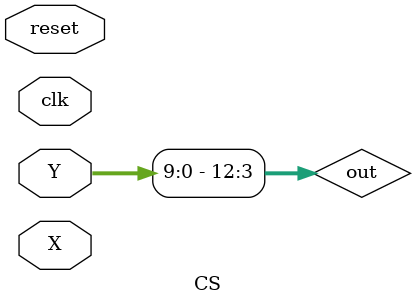
<source format=v>
module FindMaxLessThenAVG(input i1,
                          input i2,
                          input [7:0] v1,
                          input [7:0] v2, 
                          output reg [7:0] t_i,
                          output reg [7:0]  o_v);

wire flag;
assign flag = v1 > v2;

always @(*) begin
    case({i1, i2})
        2'b00: begin
            t_i <= 0;
            if(flag) o_v <= v1;
            else o_v <= v2;
        end
        2'b01: begin
            t_i <= 0;
            o_v <= v1;
        end
        2'b10: begin
            t_i <= 0;
            o_v <= v2;
        end
        default: begin
            t_i <= 1;
            o_v <= 8'bx;
        end
    endcase
end
endmodule

module CS(input [9:0] Y,
          input [7:0] X,
          input reset,
          input clk);

reg  [71:0] data;
reg  [11:0] r_sum;
reg  [8:0]  r_flag;
wire [11:0] sum;
wire [8:0]  flag;
wire [20:0] avg;
wire [7:0]  t_i; // tmp invaild
wire [63:0] t_v; // tmp value
wire [12:0] out;

always @(posedge clk or posedge reset) begin
    if(reset) begin
        data <= 72'b0;
        r_sum <= 0;
        r_flag <= 8'b0;
    end
    else begin
        data <= {data[63:0], X};
        r_sum <= sum;
        r_flag <= flag;
    end
end

assign sum = r_sum - {4'b0, data[71:64]} + {4'b0, X};

// avg = (sum * 512 + sum * 8) - (sum *  64) + (sum / 512 + sum * 8) - sum
// avg = sum * (512 - 64 + 8 - 1 + 1/8 + 1/512 = 455 + 65/512 = 455.126953125 ≒ 4096/9)
// avg = sum * (4096 / 9)
assign avg = {sum, sum[11:3]} - {2'b0, sum, 6'b0} + {5'b0, sum, sum[11:9]} - {8'b0, sum};

assign flag[0] = data[63:56] > avg[19:12];
assign flag[1] = data[55:48] > avg[19:12];
assign flag[2] = data[47:40] > avg[19:12];
assign flag[3] = data[39:32] > avg[19:12];
assign flag[4] = data[31:24] > avg[19:12];
assign flag[5] = data[23:16] > avg[19:12];
assign flag[6] = data[15:8] > avg[19:12];
assign flag[7] = data[7:0] > avg[19:12];
assign flag[8] = X > avg[19:12];

FindMaxLessThenAVG f11(r_flag[0], r_flag[1], data[71:64], data[63:56], t_i[0], t_v[7:0]);
FindMaxLessThenAVG f12(r_flag[2], r_flag[3], data[55:48], data[47:40], t_i[1], t_v[15:8]);
FindMaxLessThenAVG f13(r_flag[4], r_flag[5], data[39:32], data[31:24], t_i[2], t_v[23:16]);
FindMaxLessThenAVG f14(r_flag[6], r_flag[7], data[23:16], data[15:8], t_i[3], t_v[31:24]);
FindMaxLessThenAVG f21(t_i[0], t_i[1], t_v[7:0], t_v[15:8], t_i[4], t_v[39:32]);
FindMaxLessThenAVG f22(t_i[2], t_i[3], t_v[23:16], t_v[31:24], t_i[5], t_v[47:40]);
FindMaxLessThenAVG f23(t_i[4], t_i[5], t_v[39:32], t_v[47:40], t_i[6], t_v[55:48]);
FindMaxLessThenAVG f24(t_i[6], r_flag[8], t_v[55:48], data[7:0], t_i[7], t_v[63:56]);

assign out = {1'b0, r_sum} + {1'b0, {1'b0, t_v[63:56], 3'b0} + {4'b0, t_v[63:56]}};
assign Y = out[12:3];

endmodule
</source>
